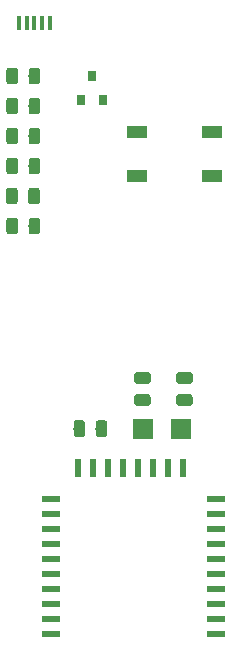
<source format=gbr>
G04 #@! TF.GenerationSoftware,KiCad,Pcbnew,5.0.1*
G04 #@! TF.CreationDate,2019-01-03T14:53:17+01:00*
G04 #@! TF.ProjectId,e73-c,6537332D632E6B696361645F70636200,rev?*
G04 #@! TF.SameCoordinates,Original*
G04 #@! TF.FileFunction,Paste,Top*
G04 #@! TF.FilePolarity,Positive*
%FSLAX46Y46*%
G04 Gerber Fmt 4.6, Leading zero omitted, Abs format (unit mm)*
G04 Created by KiCad (PCBNEW 5.0.1) date do 03 jan 2019 14:53:17 CET*
%MOMM*%
%LPD*%
G01*
G04 APERTURE LIST*
%ADD10R,1.800000X1.100000*%
%ADD11R,1.500000X0.500000*%
%ADD12R,0.500000X1.500000*%
%ADD13C,0.100000*%
%ADD14C,0.975000*%
%ADD15R,0.800000X0.900000*%
%ADD16R,0.450000X1.300000*%
%ADD17R,1.750000X1.800000*%
G04 APERTURE END LIST*
D10*
G04 #@! TO.C,SW1*
X159785000Y-69390000D03*
X159785000Y-65690000D03*
X153485000Y-69390000D03*
X153485000Y-65690000D03*
G04 #@! TD*
D11*
G04 #@! TO.C,U1*
X160185000Y-108245000D03*
X160185000Y-106975000D03*
X160185000Y-105705000D03*
X160185000Y-104435000D03*
X160185000Y-103165000D03*
X160185000Y-101895000D03*
X160185000Y-100625000D03*
X160185000Y-99355000D03*
X160185000Y-98085000D03*
X160185000Y-96815000D03*
D12*
X157375000Y-94115000D03*
X156105000Y-94115000D03*
X154835000Y-94115000D03*
X153565000Y-94115000D03*
X152295000Y-94115000D03*
X151025000Y-94115000D03*
X149755000Y-94115000D03*
X148485000Y-94115000D03*
D11*
X146185000Y-108245000D03*
X146185000Y-106975000D03*
X146185000Y-105705000D03*
X146185000Y-104435000D03*
X146185000Y-103165000D03*
X146185000Y-101895000D03*
X146185000Y-100625000D03*
X146185000Y-99355000D03*
X146185000Y-98085000D03*
X146185000Y-96815000D03*
G04 #@! TD*
D13*
G04 #@! TO.C,D2*
G36*
X143172642Y-60261174D02*
X143196303Y-60264684D01*
X143219507Y-60270496D01*
X143242029Y-60278554D01*
X143263653Y-60288782D01*
X143284170Y-60301079D01*
X143303383Y-60315329D01*
X143321107Y-60331393D01*
X143337171Y-60349117D01*
X143351421Y-60368330D01*
X143363718Y-60388847D01*
X143373946Y-60410471D01*
X143382004Y-60432993D01*
X143387816Y-60456197D01*
X143391326Y-60479858D01*
X143392500Y-60503750D01*
X143392500Y-61416250D01*
X143391326Y-61440142D01*
X143387816Y-61463803D01*
X143382004Y-61487007D01*
X143373946Y-61509529D01*
X143363718Y-61531153D01*
X143351421Y-61551670D01*
X143337171Y-61570883D01*
X143321107Y-61588607D01*
X143303383Y-61604671D01*
X143284170Y-61618921D01*
X143263653Y-61631218D01*
X143242029Y-61641446D01*
X143219507Y-61649504D01*
X143196303Y-61655316D01*
X143172642Y-61658826D01*
X143148750Y-61660000D01*
X142661250Y-61660000D01*
X142637358Y-61658826D01*
X142613697Y-61655316D01*
X142590493Y-61649504D01*
X142567971Y-61641446D01*
X142546347Y-61631218D01*
X142525830Y-61618921D01*
X142506617Y-61604671D01*
X142488893Y-61588607D01*
X142472829Y-61570883D01*
X142458579Y-61551670D01*
X142446282Y-61531153D01*
X142436054Y-61509529D01*
X142427996Y-61487007D01*
X142422184Y-61463803D01*
X142418674Y-61440142D01*
X142417500Y-61416250D01*
X142417500Y-60503750D01*
X142418674Y-60479858D01*
X142422184Y-60456197D01*
X142427996Y-60432993D01*
X142436054Y-60410471D01*
X142446282Y-60388847D01*
X142458579Y-60368330D01*
X142472829Y-60349117D01*
X142488893Y-60331393D01*
X142506617Y-60315329D01*
X142525830Y-60301079D01*
X142546347Y-60288782D01*
X142567971Y-60278554D01*
X142590493Y-60270496D01*
X142613697Y-60264684D01*
X142637358Y-60261174D01*
X142661250Y-60260000D01*
X143148750Y-60260000D01*
X143172642Y-60261174D01*
X143172642Y-60261174D01*
G37*
D14*
X142905000Y-60960000D03*
D13*
G36*
X145047642Y-60261174D02*
X145071303Y-60264684D01*
X145094507Y-60270496D01*
X145117029Y-60278554D01*
X145138653Y-60288782D01*
X145159170Y-60301079D01*
X145178383Y-60315329D01*
X145196107Y-60331393D01*
X145212171Y-60349117D01*
X145226421Y-60368330D01*
X145238718Y-60388847D01*
X145248946Y-60410471D01*
X145257004Y-60432993D01*
X145262816Y-60456197D01*
X145266326Y-60479858D01*
X145267500Y-60503750D01*
X145267500Y-61416250D01*
X145266326Y-61440142D01*
X145262816Y-61463803D01*
X145257004Y-61487007D01*
X145248946Y-61509529D01*
X145238718Y-61531153D01*
X145226421Y-61551670D01*
X145212171Y-61570883D01*
X145196107Y-61588607D01*
X145178383Y-61604671D01*
X145159170Y-61618921D01*
X145138653Y-61631218D01*
X145117029Y-61641446D01*
X145094507Y-61649504D01*
X145071303Y-61655316D01*
X145047642Y-61658826D01*
X145023750Y-61660000D01*
X144536250Y-61660000D01*
X144512358Y-61658826D01*
X144488697Y-61655316D01*
X144465493Y-61649504D01*
X144442971Y-61641446D01*
X144421347Y-61631218D01*
X144400830Y-61618921D01*
X144381617Y-61604671D01*
X144363893Y-61588607D01*
X144347829Y-61570883D01*
X144333579Y-61551670D01*
X144321282Y-61531153D01*
X144311054Y-61509529D01*
X144302996Y-61487007D01*
X144297184Y-61463803D01*
X144293674Y-61440142D01*
X144292500Y-61416250D01*
X144292500Y-60503750D01*
X144293674Y-60479858D01*
X144297184Y-60456197D01*
X144302996Y-60432993D01*
X144311054Y-60410471D01*
X144321282Y-60388847D01*
X144333579Y-60368330D01*
X144347829Y-60349117D01*
X144363893Y-60331393D01*
X144381617Y-60315329D01*
X144400830Y-60301079D01*
X144421347Y-60288782D01*
X144442971Y-60278554D01*
X144465493Y-60270496D01*
X144488697Y-60264684D01*
X144512358Y-60261174D01*
X144536250Y-60260000D01*
X145023750Y-60260000D01*
X145047642Y-60261174D01*
X145047642Y-60261174D01*
G37*
D14*
X144780000Y-60960000D03*
G04 #@! TD*
D13*
G04 #@! TO.C,D1*
G36*
X143172642Y-62801174D02*
X143196303Y-62804684D01*
X143219507Y-62810496D01*
X143242029Y-62818554D01*
X143263653Y-62828782D01*
X143284170Y-62841079D01*
X143303383Y-62855329D01*
X143321107Y-62871393D01*
X143337171Y-62889117D01*
X143351421Y-62908330D01*
X143363718Y-62928847D01*
X143373946Y-62950471D01*
X143382004Y-62972993D01*
X143387816Y-62996197D01*
X143391326Y-63019858D01*
X143392500Y-63043750D01*
X143392500Y-63956250D01*
X143391326Y-63980142D01*
X143387816Y-64003803D01*
X143382004Y-64027007D01*
X143373946Y-64049529D01*
X143363718Y-64071153D01*
X143351421Y-64091670D01*
X143337171Y-64110883D01*
X143321107Y-64128607D01*
X143303383Y-64144671D01*
X143284170Y-64158921D01*
X143263653Y-64171218D01*
X143242029Y-64181446D01*
X143219507Y-64189504D01*
X143196303Y-64195316D01*
X143172642Y-64198826D01*
X143148750Y-64200000D01*
X142661250Y-64200000D01*
X142637358Y-64198826D01*
X142613697Y-64195316D01*
X142590493Y-64189504D01*
X142567971Y-64181446D01*
X142546347Y-64171218D01*
X142525830Y-64158921D01*
X142506617Y-64144671D01*
X142488893Y-64128607D01*
X142472829Y-64110883D01*
X142458579Y-64091670D01*
X142446282Y-64071153D01*
X142436054Y-64049529D01*
X142427996Y-64027007D01*
X142422184Y-64003803D01*
X142418674Y-63980142D01*
X142417500Y-63956250D01*
X142417500Y-63043750D01*
X142418674Y-63019858D01*
X142422184Y-62996197D01*
X142427996Y-62972993D01*
X142436054Y-62950471D01*
X142446282Y-62928847D01*
X142458579Y-62908330D01*
X142472829Y-62889117D01*
X142488893Y-62871393D01*
X142506617Y-62855329D01*
X142525830Y-62841079D01*
X142546347Y-62828782D01*
X142567971Y-62818554D01*
X142590493Y-62810496D01*
X142613697Y-62804684D01*
X142637358Y-62801174D01*
X142661250Y-62800000D01*
X143148750Y-62800000D01*
X143172642Y-62801174D01*
X143172642Y-62801174D01*
G37*
D14*
X142905000Y-63500000D03*
D13*
G36*
X145047642Y-62801174D02*
X145071303Y-62804684D01*
X145094507Y-62810496D01*
X145117029Y-62818554D01*
X145138653Y-62828782D01*
X145159170Y-62841079D01*
X145178383Y-62855329D01*
X145196107Y-62871393D01*
X145212171Y-62889117D01*
X145226421Y-62908330D01*
X145238718Y-62928847D01*
X145248946Y-62950471D01*
X145257004Y-62972993D01*
X145262816Y-62996197D01*
X145266326Y-63019858D01*
X145267500Y-63043750D01*
X145267500Y-63956250D01*
X145266326Y-63980142D01*
X145262816Y-64003803D01*
X145257004Y-64027007D01*
X145248946Y-64049529D01*
X145238718Y-64071153D01*
X145226421Y-64091670D01*
X145212171Y-64110883D01*
X145196107Y-64128607D01*
X145178383Y-64144671D01*
X145159170Y-64158921D01*
X145138653Y-64171218D01*
X145117029Y-64181446D01*
X145094507Y-64189504D01*
X145071303Y-64195316D01*
X145047642Y-64198826D01*
X145023750Y-64200000D01*
X144536250Y-64200000D01*
X144512358Y-64198826D01*
X144488697Y-64195316D01*
X144465493Y-64189504D01*
X144442971Y-64181446D01*
X144421347Y-64171218D01*
X144400830Y-64158921D01*
X144381617Y-64144671D01*
X144363893Y-64128607D01*
X144347829Y-64110883D01*
X144333579Y-64091670D01*
X144321282Y-64071153D01*
X144311054Y-64049529D01*
X144302996Y-64027007D01*
X144297184Y-64003803D01*
X144293674Y-63980142D01*
X144292500Y-63956250D01*
X144292500Y-63043750D01*
X144293674Y-63019858D01*
X144297184Y-62996197D01*
X144302996Y-62972993D01*
X144311054Y-62950471D01*
X144321282Y-62928847D01*
X144333579Y-62908330D01*
X144347829Y-62889117D01*
X144363893Y-62871393D01*
X144381617Y-62855329D01*
X144400830Y-62841079D01*
X144421347Y-62828782D01*
X144442971Y-62818554D01*
X144465493Y-62810496D01*
X144488697Y-62804684D01*
X144512358Y-62801174D01*
X144536250Y-62800000D01*
X145023750Y-62800000D01*
X145047642Y-62801174D01*
X145047642Y-62801174D01*
G37*
D14*
X144780000Y-63500000D03*
G04 #@! TD*
D13*
G04 #@! TO.C,C2*
G36*
X145047642Y-67881174D02*
X145071303Y-67884684D01*
X145094507Y-67890496D01*
X145117029Y-67898554D01*
X145138653Y-67908782D01*
X145159170Y-67921079D01*
X145178383Y-67935329D01*
X145196107Y-67951393D01*
X145212171Y-67969117D01*
X145226421Y-67988330D01*
X145238718Y-68008847D01*
X145248946Y-68030471D01*
X145257004Y-68052993D01*
X145262816Y-68076197D01*
X145266326Y-68099858D01*
X145267500Y-68123750D01*
X145267500Y-69036250D01*
X145266326Y-69060142D01*
X145262816Y-69083803D01*
X145257004Y-69107007D01*
X145248946Y-69129529D01*
X145238718Y-69151153D01*
X145226421Y-69171670D01*
X145212171Y-69190883D01*
X145196107Y-69208607D01*
X145178383Y-69224671D01*
X145159170Y-69238921D01*
X145138653Y-69251218D01*
X145117029Y-69261446D01*
X145094507Y-69269504D01*
X145071303Y-69275316D01*
X145047642Y-69278826D01*
X145023750Y-69280000D01*
X144536250Y-69280000D01*
X144512358Y-69278826D01*
X144488697Y-69275316D01*
X144465493Y-69269504D01*
X144442971Y-69261446D01*
X144421347Y-69251218D01*
X144400830Y-69238921D01*
X144381617Y-69224671D01*
X144363893Y-69208607D01*
X144347829Y-69190883D01*
X144333579Y-69171670D01*
X144321282Y-69151153D01*
X144311054Y-69129529D01*
X144302996Y-69107007D01*
X144297184Y-69083803D01*
X144293674Y-69060142D01*
X144292500Y-69036250D01*
X144292500Y-68123750D01*
X144293674Y-68099858D01*
X144297184Y-68076197D01*
X144302996Y-68052993D01*
X144311054Y-68030471D01*
X144321282Y-68008847D01*
X144333579Y-67988330D01*
X144347829Y-67969117D01*
X144363893Y-67951393D01*
X144381617Y-67935329D01*
X144400830Y-67921079D01*
X144421347Y-67908782D01*
X144442971Y-67898554D01*
X144465493Y-67890496D01*
X144488697Y-67884684D01*
X144512358Y-67881174D01*
X144536250Y-67880000D01*
X145023750Y-67880000D01*
X145047642Y-67881174D01*
X145047642Y-67881174D01*
G37*
D14*
X144780000Y-68580000D03*
D13*
G36*
X143172642Y-67881174D02*
X143196303Y-67884684D01*
X143219507Y-67890496D01*
X143242029Y-67898554D01*
X143263653Y-67908782D01*
X143284170Y-67921079D01*
X143303383Y-67935329D01*
X143321107Y-67951393D01*
X143337171Y-67969117D01*
X143351421Y-67988330D01*
X143363718Y-68008847D01*
X143373946Y-68030471D01*
X143382004Y-68052993D01*
X143387816Y-68076197D01*
X143391326Y-68099858D01*
X143392500Y-68123750D01*
X143392500Y-69036250D01*
X143391326Y-69060142D01*
X143387816Y-69083803D01*
X143382004Y-69107007D01*
X143373946Y-69129529D01*
X143363718Y-69151153D01*
X143351421Y-69171670D01*
X143337171Y-69190883D01*
X143321107Y-69208607D01*
X143303383Y-69224671D01*
X143284170Y-69238921D01*
X143263653Y-69251218D01*
X143242029Y-69261446D01*
X143219507Y-69269504D01*
X143196303Y-69275316D01*
X143172642Y-69278826D01*
X143148750Y-69280000D01*
X142661250Y-69280000D01*
X142637358Y-69278826D01*
X142613697Y-69275316D01*
X142590493Y-69269504D01*
X142567971Y-69261446D01*
X142546347Y-69251218D01*
X142525830Y-69238921D01*
X142506617Y-69224671D01*
X142488893Y-69208607D01*
X142472829Y-69190883D01*
X142458579Y-69171670D01*
X142446282Y-69151153D01*
X142436054Y-69129529D01*
X142427996Y-69107007D01*
X142422184Y-69083803D01*
X142418674Y-69060142D01*
X142417500Y-69036250D01*
X142417500Y-68123750D01*
X142418674Y-68099858D01*
X142422184Y-68076197D01*
X142427996Y-68052993D01*
X142436054Y-68030471D01*
X142446282Y-68008847D01*
X142458579Y-67988330D01*
X142472829Y-67969117D01*
X142488893Y-67951393D01*
X142506617Y-67935329D01*
X142525830Y-67921079D01*
X142546347Y-67908782D01*
X142567971Y-67898554D01*
X142590493Y-67890496D01*
X142613697Y-67884684D01*
X142637358Y-67881174D01*
X142661250Y-67880000D01*
X143148750Y-67880000D01*
X143172642Y-67881174D01*
X143172642Y-67881174D01*
G37*
D14*
X142905000Y-68580000D03*
G04 #@! TD*
D13*
G04 #@! TO.C,C3*
G36*
X157960142Y-86030674D02*
X157983803Y-86034184D01*
X158007007Y-86039996D01*
X158029529Y-86048054D01*
X158051153Y-86058282D01*
X158071670Y-86070579D01*
X158090883Y-86084829D01*
X158108607Y-86100893D01*
X158124671Y-86118617D01*
X158138921Y-86137830D01*
X158151218Y-86158347D01*
X158161446Y-86179971D01*
X158169504Y-86202493D01*
X158175316Y-86225697D01*
X158178826Y-86249358D01*
X158180000Y-86273250D01*
X158180000Y-86760750D01*
X158178826Y-86784642D01*
X158175316Y-86808303D01*
X158169504Y-86831507D01*
X158161446Y-86854029D01*
X158151218Y-86875653D01*
X158138921Y-86896170D01*
X158124671Y-86915383D01*
X158108607Y-86933107D01*
X158090883Y-86949171D01*
X158071670Y-86963421D01*
X158051153Y-86975718D01*
X158029529Y-86985946D01*
X158007007Y-86994004D01*
X157983803Y-86999816D01*
X157960142Y-87003326D01*
X157936250Y-87004500D01*
X157023750Y-87004500D01*
X156999858Y-87003326D01*
X156976197Y-86999816D01*
X156952993Y-86994004D01*
X156930471Y-86985946D01*
X156908847Y-86975718D01*
X156888330Y-86963421D01*
X156869117Y-86949171D01*
X156851393Y-86933107D01*
X156835329Y-86915383D01*
X156821079Y-86896170D01*
X156808782Y-86875653D01*
X156798554Y-86854029D01*
X156790496Y-86831507D01*
X156784684Y-86808303D01*
X156781174Y-86784642D01*
X156780000Y-86760750D01*
X156780000Y-86273250D01*
X156781174Y-86249358D01*
X156784684Y-86225697D01*
X156790496Y-86202493D01*
X156798554Y-86179971D01*
X156808782Y-86158347D01*
X156821079Y-86137830D01*
X156835329Y-86118617D01*
X156851393Y-86100893D01*
X156869117Y-86084829D01*
X156888330Y-86070579D01*
X156908847Y-86058282D01*
X156930471Y-86048054D01*
X156952993Y-86039996D01*
X156976197Y-86034184D01*
X156999858Y-86030674D01*
X157023750Y-86029500D01*
X157936250Y-86029500D01*
X157960142Y-86030674D01*
X157960142Y-86030674D01*
G37*
D14*
X157480000Y-86517000D03*
D13*
G36*
X157960142Y-87905674D02*
X157983803Y-87909184D01*
X158007007Y-87914996D01*
X158029529Y-87923054D01*
X158051153Y-87933282D01*
X158071670Y-87945579D01*
X158090883Y-87959829D01*
X158108607Y-87975893D01*
X158124671Y-87993617D01*
X158138921Y-88012830D01*
X158151218Y-88033347D01*
X158161446Y-88054971D01*
X158169504Y-88077493D01*
X158175316Y-88100697D01*
X158178826Y-88124358D01*
X158180000Y-88148250D01*
X158180000Y-88635750D01*
X158178826Y-88659642D01*
X158175316Y-88683303D01*
X158169504Y-88706507D01*
X158161446Y-88729029D01*
X158151218Y-88750653D01*
X158138921Y-88771170D01*
X158124671Y-88790383D01*
X158108607Y-88808107D01*
X158090883Y-88824171D01*
X158071670Y-88838421D01*
X158051153Y-88850718D01*
X158029529Y-88860946D01*
X158007007Y-88869004D01*
X157983803Y-88874816D01*
X157960142Y-88878326D01*
X157936250Y-88879500D01*
X157023750Y-88879500D01*
X156999858Y-88878326D01*
X156976197Y-88874816D01*
X156952993Y-88869004D01*
X156930471Y-88860946D01*
X156908847Y-88850718D01*
X156888330Y-88838421D01*
X156869117Y-88824171D01*
X156851393Y-88808107D01*
X156835329Y-88790383D01*
X156821079Y-88771170D01*
X156808782Y-88750653D01*
X156798554Y-88729029D01*
X156790496Y-88706507D01*
X156784684Y-88683303D01*
X156781174Y-88659642D01*
X156780000Y-88635750D01*
X156780000Y-88148250D01*
X156781174Y-88124358D01*
X156784684Y-88100697D01*
X156790496Y-88077493D01*
X156798554Y-88054971D01*
X156808782Y-88033347D01*
X156821079Y-88012830D01*
X156835329Y-87993617D01*
X156851393Y-87975893D01*
X156869117Y-87959829D01*
X156888330Y-87945579D01*
X156908847Y-87933282D01*
X156930471Y-87923054D01*
X156952993Y-87914996D01*
X156976197Y-87909184D01*
X156999858Y-87905674D01*
X157023750Y-87904500D01*
X157936250Y-87904500D01*
X157960142Y-87905674D01*
X157960142Y-87905674D01*
G37*
D14*
X157480000Y-88392000D03*
G04 #@! TD*
D13*
G04 #@! TO.C,C4*
G36*
X154404142Y-87905674D02*
X154427803Y-87909184D01*
X154451007Y-87914996D01*
X154473529Y-87923054D01*
X154495153Y-87933282D01*
X154515670Y-87945579D01*
X154534883Y-87959829D01*
X154552607Y-87975893D01*
X154568671Y-87993617D01*
X154582921Y-88012830D01*
X154595218Y-88033347D01*
X154605446Y-88054971D01*
X154613504Y-88077493D01*
X154619316Y-88100697D01*
X154622826Y-88124358D01*
X154624000Y-88148250D01*
X154624000Y-88635750D01*
X154622826Y-88659642D01*
X154619316Y-88683303D01*
X154613504Y-88706507D01*
X154605446Y-88729029D01*
X154595218Y-88750653D01*
X154582921Y-88771170D01*
X154568671Y-88790383D01*
X154552607Y-88808107D01*
X154534883Y-88824171D01*
X154515670Y-88838421D01*
X154495153Y-88850718D01*
X154473529Y-88860946D01*
X154451007Y-88869004D01*
X154427803Y-88874816D01*
X154404142Y-88878326D01*
X154380250Y-88879500D01*
X153467750Y-88879500D01*
X153443858Y-88878326D01*
X153420197Y-88874816D01*
X153396993Y-88869004D01*
X153374471Y-88860946D01*
X153352847Y-88850718D01*
X153332330Y-88838421D01*
X153313117Y-88824171D01*
X153295393Y-88808107D01*
X153279329Y-88790383D01*
X153265079Y-88771170D01*
X153252782Y-88750653D01*
X153242554Y-88729029D01*
X153234496Y-88706507D01*
X153228684Y-88683303D01*
X153225174Y-88659642D01*
X153224000Y-88635750D01*
X153224000Y-88148250D01*
X153225174Y-88124358D01*
X153228684Y-88100697D01*
X153234496Y-88077493D01*
X153242554Y-88054971D01*
X153252782Y-88033347D01*
X153265079Y-88012830D01*
X153279329Y-87993617D01*
X153295393Y-87975893D01*
X153313117Y-87959829D01*
X153332330Y-87945579D01*
X153352847Y-87933282D01*
X153374471Y-87923054D01*
X153396993Y-87914996D01*
X153420197Y-87909184D01*
X153443858Y-87905674D01*
X153467750Y-87904500D01*
X154380250Y-87904500D01*
X154404142Y-87905674D01*
X154404142Y-87905674D01*
G37*
D14*
X153924000Y-88392000D03*
D13*
G36*
X154404142Y-86030674D02*
X154427803Y-86034184D01*
X154451007Y-86039996D01*
X154473529Y-86048054D01*
X154495153Y-86058282D01*
X154515670Y-86070579D01*
X154534883Y-86084829D01*
X154552607Y-86100893D01*
X154568671Y-86118617D01*
X154582921Y-86137830D01*
X154595218Y-86158347D01*
X154605446Y-86179971D01*
X154613504Y-86202493D01*
X154619316Y-86225697D01*
X154622826Y-86249358D01*
X154624000Y-86273250D01*
X154624000Y-86760750D01*
X154622826Y-86784642D01*
X154619316Y-86808303D01*
X154613504Y-86831507D01*
X154605446Y-86854029D01*
X154595218Y-86875653D01*
X154582921Y-86896170D01*
X154568671Y-86915383D01*
X154552607Y-86933107D01*
X154534883Y-86949171D01*
X154515670Y-86963421D01*
X154495153Y-86975718D01*
X154473529Y-86985946D01*
X154451007Y-86994004D01*
X154427803Y-86999816D01*
X154404142Y-87003326D01*
X154380250Y-87004500D01*
X153467750Y-87004500D01*
X153443858Y-87003326D01*
X153420197Y-86999816D01*
X153396993Y-86994004D01*
X153374471Y-86985946D01*
X153352847Y-86975718D01*
X153332330Y-86963421D01*
X153313117Y-86949171D01*
X153295393Y-86933107D01*
X153279329Y-86915383D01*
X153265079Y-86896170D01*
X153252782Y-86875653D01*
X153242554Y-86854029D01*
X153234496Y-86831507D01*
X153228684Y-86808303D01*
X153225174Y-86784642D01*
X153224000Y-86760750D01*
X153224000Y-86273250D01*
X153225174Y-86249358D01*
X153228684Y-86225697D01*
X153234496Y-86202493D01*
X153242554Y-86179971D01*
X153252782Y-86158347D01*
X153265079Y-86137830D01*
X153279329Y-86118617D01*
X153295393Y-86100893D01*
X153313117Y-86084829D01*
X153332330Y-86070579D01*
X153352847Y-86058282D01*
X153374471Y-86048054D01*
X153396993Y-86039996D01*
X153420197Y-86034184D01*
X153443858Y-86030674D01*
X153467750Y-86029500D01*
X154380250Y-86029500D01*
X154404142Y-86030674D01*
X154404142Y-86030674D01*
G37*
D14*
X153924000Y-86517000D03*
G04 #@! TD*
D13*
G04 #@! TO.C,C5*
G36*
X145017642Y-70421174D02*
X145041303Y-70424684D01*
X145064507Y-70430496D01*
X145087029Y-70438554D01*
X145108653Y-70448782D01*
X145129170Y-70461079D01*
X145148383Y-70475329D01*
X145166107Y-70491393D01*
X145182171Y-70509117D01*
X145196421Y-70528330D01*
X145208718Y-70548847D01*
X145218946Y-70570471D01*
X145227004Y-70592993D01*
X145232816Y-70616197D01*
X145236326Y-70639858D01*
X145237500Y-70663750D01*
X145237500Y-71576250D01*
X145236326Y-71600142D01*
X145232816Y-71623803D01*
X145227004Y-71647007D01*
X145218946Y-71669529D01*
X145208718Y-71691153D01*
X145196421Y-71711670D01*
X145182171Y-71730883D01*
X145166107Y-71748607D01*
X145148383Y-71764671D01*
X145129170Y-71778921D01*
X145108653Y-71791218D01*
X145087029Y-71801446D01*
X145064507Y-71809504D01*
X145041303Y-71815316D01*
X145017642Y-71818826D01*
X144993750Y-71820000D01*
X144506250Y-71820000D01*
X144482358Y-71818826D01*
X144458697Y-71815316D01*
X144435493Y-71809504D01*
X144412971Y-71801446D01*
X144391347Y-71791218D01*
X144370830Y-71778921D01*
X144351617Y-71764671D01*
X144333893Y-71748607D01*
X144317829Y-71730883D01*
X144303579Y-71711670D01*
X144291282Y-71691153D01*
X144281054Y-71669529D01*
X144272996Y-71647007D01*
X144267184Y-71623803D01*
X144263674Y-71600142D01*
X144262500Y-71576250D01*
X144262500Y-70663750D01*
X144263674Y-70639858D01*
X144267184Y-70616197D01*
X144272996Y-70592993D01*
X144281054Y-70570471D01*
X144291282Y-70548847D01*
X144303579Y-70528330D01*
X144317829Y-70509117D01*
X144333893Y-70491393D01*
X144351617Y-70475329D01*
X144370830Y-70461079D01*
X144391347Y-70448782D01*
X144412971Y-70438554D01*
X144435493Y-70430496D01*
X144458697Y-70424684D01*
X144482358Y-70421174D01*
X144506250Y-70420000D01*
X144993750Y-70420000D01*
X145017642Y-70421174D01*
X145017642Y-70421174D01*
G37*
D14*
X144750000Y-71120000D03*
D13*
G36*
X143142642Y-70421174D02*
X143166303Y-70424684D01*
X143189507Y-70430496D01*
X143212029Y-70438554D01*
X143233653Y-70448782D01*
X143254170Y-70461079D01*
X143273383Y-70475329D01*
X143291107Y-70491393D01*
X143307171Y-70509117D01*
X143321421Y-70528330D01*
X143333718Y-70548847D01*
X143343946Y-70570471D01*
X143352004Y-70592993D01*
X143357816Y-70616197D01*
X143361326Y-70639858D01*
X143362500Y-70663750D01*
X143362500Y-71576250D01*
X143361326Y-71600142D01*
X143357816Y-71623803D01*
X143352004Y-71647007D01*
X143343946Y-71669529D01*
X143333718Y-71691153D01*
X143321421Y-71711670D01*
X143307171Y-71730883D01*
X143291107Y-71748607D01*
X143273383Y-71764671D01*
X143254170Y-71778921D01*
X143233653Y-71791218D01*
X143212029Y-71801446D01*
X143189507Y-71809504D01*
X143166303Y-71815316D01*
X143142642Y-71818826D01*
X143118750Y-71820000D01*
X142631250Y-71820000D01*
X142607358Y-71818826D01*
X142583697Y-71815316D01*
X142560493Y-71809504D01*
X142537971Y-71801446D01*
X142516347Y-71791218D01*
X142495830Y-71778921D01*
X142476617Y-71764671D01*
X142458893Y-71748607D01*
X142442829Y-71730883D01*
X142428579Y-71711670D01*
X142416282Y-71691153D01*
X142406054Y-71669529D01*
X142397996Y-71647007D01*
X142392184Y-71623803D01*
X142388674Y-71600142D01*
X142387500Y-71576250D01*
X142387500Y-70663750D01*
X142388674Y-70639858D01*
X142392184Y-70616197D01*
X142397996Y-70592993D01*
X142406054Y-70570471D01*
X142416282Y-70548847D01*
X142428579Y-70528330D01*
X142442829Y-70509117D01*
X142458893Y-70491393D01*
X142476617Y-70475329D01*
X142495830Y-70461079D01*
X142516347Y-70448782D01*
X142537971Y-70438554D01*
X142560493Y-70430496D01*
X142583697Y-70424684D01*
X142607358Y-70421174D01*
X142631250Y-70420000D01*
X143118750Y-70420000D01*
X143142642Y-70421174D01*
X143142642Y-70421174D01*
G37*
D14*
X142875000Y-71120000D03*
G04 #@! TD*
D13*
G04 #@! TO.C,C1*
G36*
X143172642Y-65341174D02*
X143196303Y-65344684D01*
X143219507Y-65350496D01*
X143242029Y-65358554D01*
X143263653Y-65368782D01*
X143284170Y-65381079D01*
X143303383Y-65395329D01*
X143321107Y-65411393D01*
X143337171Y-65429117D01*
X143351421Y-65448330D01*
X143363718Y-65468847D01*
X143373946Y-65490471D01*
X143382004Y-65512993D01*
X143387816Y-65536197D01*
X143391326Y-65559858D01*
X143392500Y-65583750D01*
X143392500Y-66496250D01*
X143391326Y-66520142D01*
X143387816Y-66543803D01*
X143382004Y-66567007D01*
X143373946Y-66589529D01*
X143363718Y-66611153D01*
X143351421Y-66631670D01*
X143337171Y-66650883D01*
X143321107Y-66668607D01*
X143303383Y-66684671D01*
X143284170Y-66698921D01*
X143263653Y-66711218D01*
X143242029Y-66721446D01*
X143219507Y-66729504D01*
X143196303Y-66735316D01*
X143172642Y-66738826D01*
X143148750Y-66740000D01*
X142661250Y-66740000D01*
X142637358Y-66738826D01*
X142613697Y-66735316D01*
X142590493Y-66729504D01*
X142567971Y-66721446D01*
X142546347Y-66711218D01*
X142525830Y-66698921D01*
X142506617Y-66684671D01*
X142488893Y-66668607D01*
X142472829Y-66650883D01*
X142458579Y-66631670D01*
X142446282Y-66611153D01*
X142436054Y-66589529D01*
X142427996Y-66567007D01*
X142422184Y-66543803D01*
X142418674Y-66520142D01*
X142417500Y-66496250D01*
X142417500Y-65583750D01*
X142418674Y-65559858D01*
X142422184Y-65536197D01*
X142427996Y-65512993D01*
X142436054Y-65490471D01*
X142446282Y-65468847D01*
X142458579Y-65448330D01*
X142472829Y-65429117D01*
X142488893Y-65411393D01*
X142506617Y-65395329D01*
X142525830Y-65381079D01*
X142546347Y-65368782D01*
X142567971Y-65358554D01*
X142590493Y-65350496D01*
X142613697Y-65344684D01*
X142637358Y-65341174D01*
X142661250Y-65340000D01*
X143148750Y-65340000D01*
X143172642Y-65341174D01*
X143172642Y-65341174D01*
G37*
D14*
X142905000Y-66040000D03*
D13*
G36*
X145047642Y-65341174D02*
X145071303Y-65344684D01*
X145094507Y-65350496D01*
X145117029Y-65358554D01*
X145138653Y-65368782D01*
X145159170Y-65381079D01*
X145178383Y-65395329D01*
X145196107Y-65411393D01*
X145212171Y-65429117D01*
X145226421Y-65448330D01*
X145238718Y-65468847D01*
X145248946Y-65490471D01*
X145257004Y-65512993D01*
X145262816Y-65536197D01*
X145266326Y-65559858D01*
X145267500Y-65583750D01*
X145267500Y-66496250D01*
X145266326Y-66520142D01*
X145262816Y-66543803D01*
X145257004Y-66567007D01*
X145248946Y-66589529D01*
X145238718Y-66611153D01*
X145226421Y-66631670D01*
X145212171Y-66650883D01*
X145196107Y-66668607D01*
X145178383Y-66684671D01*
X145159170Y-66698921D01*
X145138653Y-66711218D01*
X145117029Y-66721446D01*
X145094507Y-66729504D01*
X145071303Y-66735316D01*
X145047642Y-66738826D01*
X145023750Y-66740000D01*
X144536250Y-66740000D01*
X144512358Y-66738826D01*
X144488697Y-66735316D01*
X144465493Y-66729504D01*
X144442971Y-66721446D01*
X144421347Y-66711218D01*
X144400830Y-66698921D01*
X144381617Y-66684671D01*
X144363893Y-66668607D01*
X144347829Y-66650883D01*
X144333579Y-66631670D01*
X144321282Y-66611153D01*
X144311054Y-66589529D01*
X144302996Y-66567007D01*
X144297184Y-66543803D01*
X144293674Y-66520142D01*
X144292500Y-66496250D01*
X144292500Y-65583750D01*
X144293674Y-65559858D01*
X144297184Y-65536197D01*
X144302996Y-65512993D01*
X144311054Y-65490471D01*
X144321282Y-65468847D01*
X144333579Y-65448330D01*
X144347829Y-65429117D01*
X144363893Y-65411393D01*
X144381617Y-65395329D01*
X144400830Y-65381079D01*
X144421347Y-65368782D01*
X144442971Y-65358554D01*
X144465493Y-65350496D01*
X144488697Y-65344684D01*
X144512358Y-65341174D01*
X144536250Y-65340000D01*
X145023750Y-65340000D01*
X145047642Y-65341174D01*
X145047642Y-65341174D01*
G37*
D14*
X144780000Y-66040000D03*
G04 #@! TD*
D13*
G04 #@! TO.C,L2*
G36*
X150732642Y-90106174D02*
X150756303Y-90109684D01*
X150779507Y-90115496D01*
X150802029Y-90123554D01*
X150823653Y-90133782D01*
X150844170Y-90146079D01*
X150863383Y-90160329D01*
X150881107Y-90176393D01*
X150897171Y-90194117D01*
X150911421Y-90213330D01*
X150923718Y-90233847D01*
X150933946Y-90255471D01*
X150942004Y-90277993D01*
X150947816Y-90301197D01*
X150951326Y-90324858D01*
X150952500Y-90348750D01*
X150952500Y-91261250D01*
X150951326Y-91285142D01*
X150947816Y-91308803D01*
X150942004Y-91332007D01*
X150933946Y-91354529D01*
X150923718Y-91376153D01*
X150911421Y-91396670D01*
X150897171Y-91415883D01*
X150881107Y-91433607D01*
X150863383Y-91449671D01*
X150844170Y-91463921D01*
X150823653Y-91476218D01*
X150802029Y-91486446D01*
X150779507Y-91494504D01*
X150756303Y-91500316D01*
X150732642Y-91503826D01*
X150708750Y-91505000D01*
X150221250Y-91505000D01*
X150197358Y-91503826D01*
X150173697Y-91500316D01*
X150150493Y-91494504D01*
X150127971Y-91486446D01*
X150106347Y-91476218D01*
X150085830Y-91463921D01*
X150066617Y-91449671D01*
X150048893Y-91433607D01*
X150032829Y-91415883D01*
X150018579Y-91396670D01*
X150006282Y-91376153D01*
X149996054Y-91354529D01*
X149987996Y-91332007D01*
X149982184Y-91308803D01*
X149978674Y-91285142D01*
X149977500Y-91261250D01*
X149977500Y-90348750D01*
X149978674Y-90324858D01*
X149982184Y-90301197D01*
X149987996Y-90277993D01*
X149996054Y-90255471D01*
X150006282Y-90233847D01*
X150018579Y-90213330D01*
X150032829Y-90194117D01*
X150048893Y-90176393D01*
X150066617Y-90160329D01*
X150085830Y-90146079D01*
X150106347Y-90133782D01*
X150127971Y-90123554D01*
X150150493Y-90115496D01*
X150173697Y-90109684D01*
X150197358Y-90106174D01*
X150221250Y-90105000D01*
X150708750Y-90105000D01*
X150732642Y-90106174D01*
X150732642Y-90106174D01*
G37*
D14*
X150465000Y-90805000D03*
D13*
G36*
X148857642Y-90106174D02*
X148881303Y-90109684D01*
X148904507Y-90115496D01*
X148927029Y-90123554D01*
X148948653Y-90133782D01*
X148969170Y-90146079D01*
X148988383Y-90160329D01*
X149006107Y-90176393D01*
X149022171Y-90194117D01*
X149036421Y-90213330D01*
X149048718Y-90233847D01*
X149058946Y-90255471D01*
X149067004Y-90277993D01*
X149072816Y-90301197D01*
X149076326Y-90324858D01*
X149077500Y-90348750D01*
X149077500Y-91261250D01*
X149076326Y-91285142D01*
X149072816Y-91308803D01*
X149067004Y-91332007D01*
X149058946Y-91354529D01*
X149048718Y-91376153D01*
X149036421Y-91396670D01*
X149022171Y-91415883D01*
X149006107Y-91433607D01*
X148988383Y-91449671D01*
X148969170Y-91463921D01*
X148948653Y-91476218D01*
X148927029Y-91486446D01*
X148904507Y-91494504D01*
X148881303Y-91500316D01*
X148857642Y-91503826D01*
X148833750Y-91505000D01*
X148346250Y-91505000D01*
X148322358Y-91503826D01*
X148298697Y-91500316D01*
X148275493Y-91494504D01*
X148252971Y-91486446D01*
X148231347Y-91476218D01*
X148210830Y-91463921D01*
X148191617Y-91449671D01*
X148173893Y-91433607D01*
X148157829Y-91415883D01*
X148143579Y-91396670D01*
X148131282Y-91376153D01*
X148121054Y-91354529D01*
X148112996Y-91332007D01*
X148107184Y-91308803D01*
X148103674Y-91285142D01*
X148102500Y-91261250D01*
X148102500Y-90348750D01*
X148103674Y-90324858D01*
X148107184Y-90301197D01*
X148112996Y-90277993D01*
X148121054Y-90255471D01*
X148131282Y-90233847D01*
X148143579Y-90213330D01*
X148157829Y-90194117D01*
X148173893Y-90176393D01*
X148191617Y-90160329D01*
X148210830Y-90146079D01*
X148231347Y-90133782D01*
X148252971Y-90123554D01*
X148275493Y-90115496D01*
X148298697Y-90109684D01*
X148322358Y-90106174D01*
X148346250Y-90105000D01*
X148833750Y-90105000D01*
X148857642Y-90106174D01*
X148857642Y-90106174D01*
G37*
D14*
X148590000Y-90805000D03*
G04 #@! TD*
D13*
G04 #@! TO.C,R1*
G36*
X143172642Y-72961174D02*
X143196303Y-72964684D01*
X143219507Y-72970496D01*
X143242029Y-72978554D01*
X143263653Y-72988782D01*
X143284170Y-73001079D01*
X143303383Y-73015329D01*
X143321107Y-73031393D01*
X143337171Y-73049117D01*
X143351421Y-73068330D01*
X143363718Y-73088847D01*
X143373946Y-73110471D01*
X143382004Y-73132993D01*
X143387816Y-73156197D01*
X143391326Y-73179858D01*
X143392500Y-73203750D01*
X143392500Y-74116250D01*
X143391326Y-74140142D01*
X143387816Y-74163803D01*
X143382004Y-74187007D01*
X143373946Y-74209529D01*
X143363718Y-74231153D01*
X143351421Y-74251670D01*
X143337171Y-74270883D01*
X143321107Y-74288607D01*
X143303383Y-74304671D01*
X143284170Y-74318921D01*
X143263653Y-74331218D01*
X143242029Y-74341446D01*
X143219507Y-74349504D01*
X143196303Y-74355316D01*
X143172642Y-74358826D01*
X143148750Y-74360000D01*
X142661250Y-74360000D01*
X142637358Y-74358826D01*
X142613697Y-74355316D01*
X142590493Y-74349504D01*
X142567971Y-74341446D01*
X142546347Y-74331218D01*
X142525830Y-74318921D01*
X142506617Y-74304671D01*
X142488893Y-74288607D01*
X142472829Y-74270883D01*
X142458579Y-74251670D01*
X142446282Y-74231153D01*
X142436054Y-74209529D01*
X142427996Y-74187007D01*
X142422184Y-74163803D01*
X142418674Y-74140142D01*
X142417500Y-74116250D01*
X142417500Y-73203750D01*
X142418674Y-73179858D01*
X142422184Y-73156197D01*
X142427996Y-73132993D01*
X142436054Y-73110471D01*
X142446282Y-73088847D01*
X142458579Y-73068330D01*
X142472829Y-73049117D01*
X142488893Y-73031393D01*
X142506617Y-73015329D01*
X142525830Y-73001079D01*
X142546347Y-72988782D01*
X142567971Y-72978554D01*
X142590493Y-72970496D01*
X142613697Y-72964684D01*
X142637358Y-72961174D01*
X142661250Y-72960000D01*
X143148750Y-72960000D01*
X143172642Y-72961174D01*
X143172642Y-72961174D01*
G37*
D14*
X142905000Y-73660000D03*
D13*
G36*
X145047642Y-72961174D02*
X145071303Y-72964684D01*
X145094507Y-72970496D01*
X145117029Y-72978554D01*
X145138653Y-72988782D01*
X145159170Y-73001079D01*
X145178383Y-73015329D01*
X145196107Y-73031393D01*
X145212171Y-73049117D01*
X145226421Y-73068330D01*
X145238718Y-73088847D01*
X145248946Y-73110471D01*
X145257004Y-73132993D01*
X145262816Y-73156197D01*
X145266326Y-73179858D01*
X145267500Y-73203750D01*
X145267500Y-74116250D01*
X145266326Y-74140142D01*
X145262816Y-74163803D01*
X145257004Y-74187007D01*
X145248946Y-74209529D01*
X145238718Y-74231153D01*
X145226421Y-74251670D01*
X145212171Y-74270883D01*
X145196107Y-74288607D01*
X145178383Y-74304671D01*
X145159170Y-74318921D01*
X145138653Y-74331218D01*
X145117029Y-74341446D01*
X145094507Y-74349504D01*
X145071303Y-74355316D01*
X145047642Y-74358826D01*
X145023750Y-74360000D01*
X144536250Y-74360000D01*
X144512358Y-74358826D01*
X144488697Y-74355316D01*
X144465493Y-74349504D01*
X144442971Y-74341446D01*
X144421347Y-74331218D01*
X144400830Y-74318921D01*
X144381617Y-74304671D01*
X144363893Y-74288607D01*
X144347829Y-74270883D01*
X144333579Y-74251670D01*
X144321282Y-74231153D01*
X144311054Y-74209529D01*
X144302996Y-74187007D01*
X144297184Y-74163803D01*
X144293674Y-74140142D01*
X144292500Y-74116250D01*
X144292500Y-73203750D01*
X144293674Y-73179858D01*
X144297184Y-73156197D01*
X144302996Y-73132993D01*
X144311054Y-73110471D01*
X144321282Y-73088847D01*
X144333579Y-73068330D01*
X144347829Y-73049117D01*
X144363893Y-73031393D01*
X144381617Y-73015329D01*
X144400830Y-73001079D01*
X144421347Y-72988782D01*
X144442971Y-72978554D01*
X144465493Y-72970496D01*
X144488697Y-72964684D01*
X144512358Y-72961174D01*
X144536250Y-72960000D01*
X145023750Y-72960000D01*
X145047642Y-72961174D01*
X145047642Y-72961174D01*
G37*
D14*
X144780000Y-73660000D03*
G04 #@! TD*
D15*
G04 #@! TO.C,U2*
X148722000Y-62960000D03*
X150622000Y-62960000D03*
X149672000Y-60960000D03*
G04 #@! TD*
D16*
G04 #@! TO.C,J5*
X146080000Y-56510000D03*
X145430000Y-56510000D03*
X144780000Y-56510000D03*
X144130000Y-56510000D03*
X143480000Y-56510000D03*
G04 #@! TD*
D17*
G04 #@! TO.C,Y1*
X157200000Y-90805000D03*
X153950000Y-90805000D03*
G04 #@! TD*
M02*

</source>
